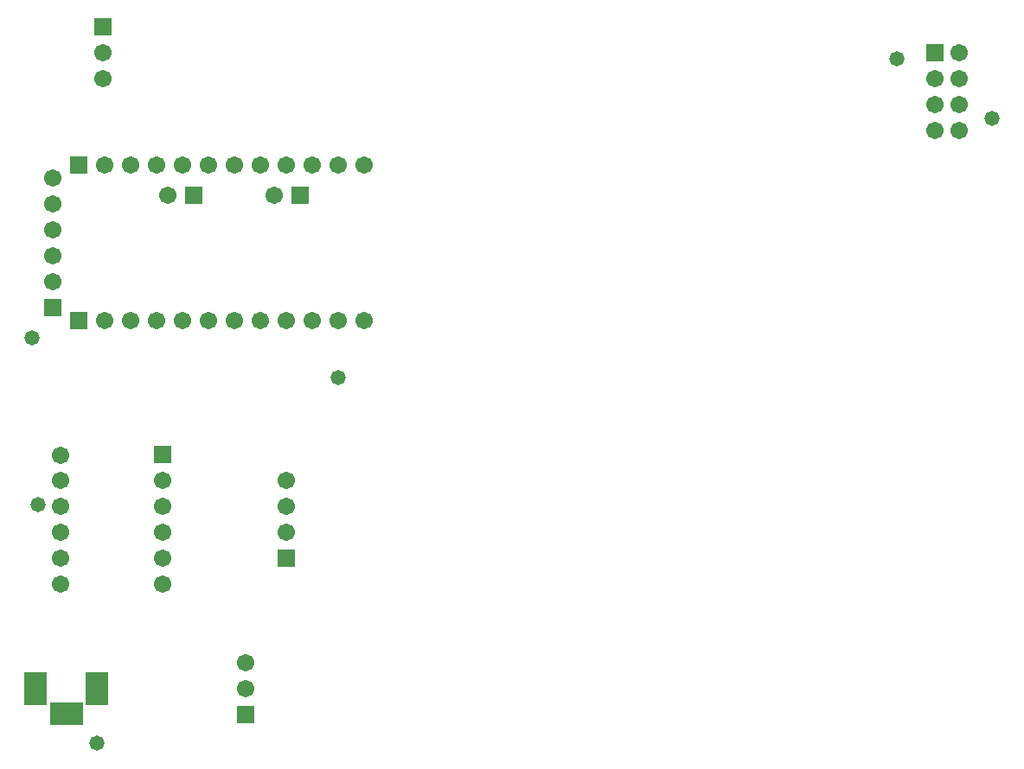
<source format=gts>
G04*
G04 #@! TF.GenerationSoftware,Altium Limited,Altium Designer,18.1.9 (240)*
G04*
G04 Layer_Color=8388736*
%FSLAX25Y25*%
%MOIN*%
G70*
G01*
G75*
%ADD12R,0.12611X0.08674*%
%ADD13R,0.08674X0.12611*%
%ADD14R,0.06706X0.06706*%
%ADD15C,0.06706*%
%ADD16R,0.06706X0.06706*%
%ADD17C,0.05800*%
D12*
X25717Y19803D02*
D03*
D13*
X13945Y29685D02*
D03*
X37567D02*
D03*
D14*
X40000Y285000D02*
D03*
X20500Y176500D02*
D03*
X360512Y275000D02*
D03*
X110500Y80006D02*
D03*
X95000Y19685D02*
D03*
X63000Y120000D02*
D03*
D15*
X40000Y275000D02*
D03*
Y265000D02*
D03*
X106000Y220000D02*
D03*
X65000D02*
D03*
X20500Y186500D02*
D03*
Y196500D02*
D03*
Y206500D02*
D03*
Y216500D02*
D03*
Y226500D02*
D03*
X140500Y231500D02*
D03*
X130500D02*
D03*
X120500D02*
D03*
X110500D02*
D03*
X100500D02*
D03*
X90500D02*
D03*
X80500D02*
D03*
X70500D02*
D03*
X60500D02*
D03*
X50500D02*
D03*
X40500D02*
D03*
X40500Y171500D02*
D03*
X50500D02*
D03*
X60500D02*
D03*
X70500D02*
D03*
X80500D02*
D03*
X90500D02*
D03*
X100500D02*
D03*
X110500D02*
D03*
X120500D02*
D03*
X130500D02*
D03*
X140500D02*
D03*
X370000Y255000D02*
D03*
Y245000D02*
D03*
Y265000D02*
D03*
Y275000D02*
D03*
X360512Y265000D02*
D03*
Y245000D02*
D03*
Y255000D02*
D03*
X110500Y90007D02*
D03*
Y110006D02*
D03*
Y100006D02*
D03*
X95000Y29685D02*
D03*
Y39685D02*
D03*
X23594Y119613D02*
D03*
X23630Y110000D02*
D03*
Y100000D02*
D03*
X23594Y80006D02*
D03*
Y90007D02*
D03*
Y70007D02*
D03*
X62964D02*
D03*
Y90007D02*
D03*
Y80006D02*
D03*
X63000Y100000D02*
D03*
Y110000D02*
D03*
D16*
X116000Y220000D02*
D03*
X75000D02*
D03*
X30500Y231500D02*
D03*
X30500Y171500D02*
D03*
D17*
X382500Y249500D02*
D03*
X130500Y149500D02*
D03*
X346000Y272500D02*
D03*
X15000Y100500D02*
D03*
X12500Y165000D02*
D03*
X37500Y8500D02*
D03*
M02*

</source>
